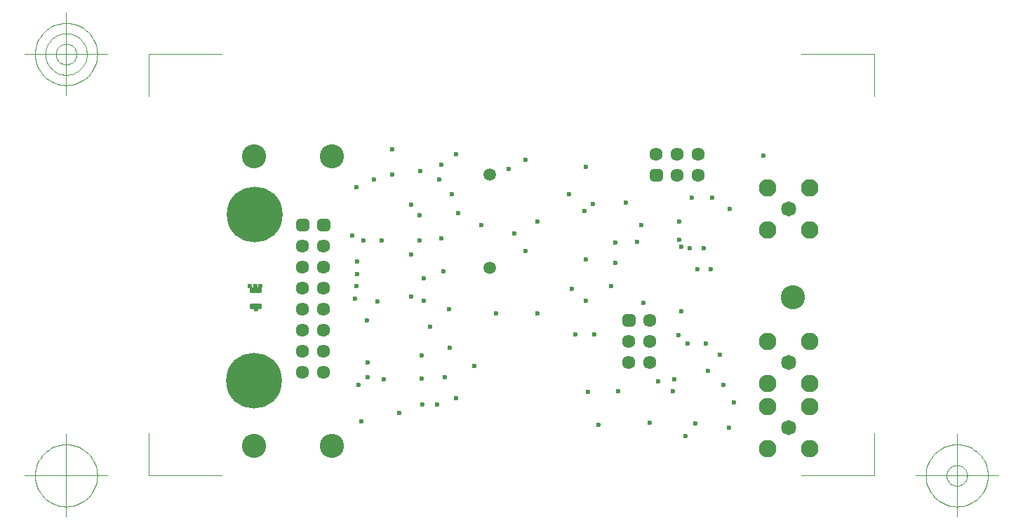
<source format=gbr>
G04 Generated by Ultiboard *
%FSLAX25Y25*%
%MOMM*%

%ADD10C,0.10000*%
%ADD11C,6.73100*%
%ADD12C,0.60000*%
%ADD13C,2.92100*%
%ADD14C,1.50000*%
%ADD15C,1.18516*%
%ADD16C,1.60884*%
%ADD17R,0.52908X0.52908*%
%ADD18C,0.99492*%
%ADD19R,1.05867X0.27534*%
%ADD20C,0.42316*%
%ADD21C,1.82016*%
%ADD22C,2.11684*%


%LNSolder Mask Bottom*%
%LPD*%
%FSLAX25Y25*%
%MOMM*%
G54D10*
X-787400Y-93958D02*
X-787400Y414929D01*
X-787400Y-93958D02*
X87376Y-93958D01*
X7960360Y-93958D02*
X7085584Y-93958D01*
X7960360Y-93958D02*
X7960360Y414929D01*
X7960360Y4994910D02*
X7960360Y4486023D01*
X7960360Y4994910D02*
X7085584Y4994910D01*
X-787400Y4994910D02*
X87376Y4994910D01*
X-787400Y4994910D02*
X-787400Y4486023D01*
X-1287400Y-93958D02*
X-2287400Y-93958D01*
X-1787400Y-593958D02*
X-1787400Y406042D01*
X-1412400Y-93958D02*
X-1414206Y-57201D01*
X-1414206Y-57201D02*
X-1419606Y-20799D01*
X-1419606Y-20799D02*
X-1428547Y14899D01*
X-1428547Y14899D02*
X-1440945Y49549D01*
X-1440945Y49549D02*
X-1456680Y82816D01*
X-1456680Y82816D02*
X-1475599Y114381D01*
X-1475599Y114381D02*
X-1497521Y143940D01*
X-1497521Y143940D02*
X-1522235Y171207D01*
X-1522235Y171207D02*
X-1549503Y195921D01*
X-1549503Y195921D02*
X-1579061Y217843D01*
X-1579061Y217843D02*
X-1610626Y236763D01*
X-1610626Y236763D02*
X-1643894Y252497D01*
X-1643894Y252497D02*
X-1678543Y264895D01*
X-1678543Y264895D02*
X-1714241Y273837D01*
X-1714241Y273837D02*
X-1750644Y279237D01*
X-1750644Y279237D02*
X-1787400Y281042D01*
X-1787400Y281042D02*
X-1824156Y279237D01*
X-1824156Y279237D02*
X-1860559Y273837D01*
X-1860559Y273837D02*
X-1896257Y264895D01*
X-1896257Y264895D02*
X-1930906Y252497D01*
X-1930906Y252497D02*
X-1964174Y236763D01*
X-1964174Y236763D02*
X-1995739Y217843D01*
X-1995739Y217843D02*
X-2025297Y195921D01*
X-2025297Y195921D02*
X-2052565Y171207D01*
X-2052565Y171207D02*
X-2077279Y143940D01*
X-2077279Y143940D02*
X-2099201Y114381D01*
X-2099201Y114381D02*
X-2118120Y82816D01*
X-2118120Y82816D02*
X-2133855Y49549D01*
X-2133855Y49549D02*
X-2146253Y14899D01*
X-2146253Y14899D02*
X-2155194Y-20799D01*
X-2155194Y-20799D02*
X-2160594Y-57201D01*
X-2160594Y-57201D02*
X-2162400Y-93958D01*
X-2162400Y-93958D02*
X-2160594Y-130714D01*
X-2160594Y-130714D02*
X-2155194Y-167116D01*
X-2155194Y-167116D02*
X-2146253Y-202814D01*
X-2146253Y-202814D02*
X-2133855Y-237464D01*
X-2133855Y-237464D02*
X-2118120Y-270731D01*
X-2118120Y-270731D02*
X-2099201Y-302296D01*
X-2099201Y-302296D02*
X-2077279Y-331855D01*
X-2077279Y-331855D02*
X-2052565Y-359123D01*
X-2052565Y-359123D02*
X-2025297Y-383837D01*
X-2025297Y-383837D02*
X-1995739Y-405759D01*
X-1995739Y-405759D02*
X-1964174Y-424678D01*
X-1964174Y-424678D02*
X-1930906Y-440412D01*
X-1930906Y-440412D02*
X-1896257Y-452810D01*
X-1896257Y-452810D02*
X-1860559Y-461752D01*
X-1860559Y-461752D02*
X-1824156Y-467152D01*
X-1824156Y-467152D02*
X-1787400Y-468958D01*
X-1787400Y-468958D02*
X-1750644Y-467152D01*
X-1750644Y-467152D02*
X-1714241Y-461752D01*
X-1714241Y-461752D02*
X-1678543Y-452810D01*
X-1678543Y-452810D02*
X-1643894Y-440412D01*
X-1643894Y-440412D02*
X-1610626Y-424678D01*
X-1610626Y-424678D02*
X-1579061Y-405759D01*
X-1579061Y-405759D02*
X-1549503Y-383837D01*
X-1549503Y-383837D02*
X-1522235Y-359123D01*
X-1522235Y-359123D02*
X-1497521Y-331855D01*
X-1497521Y-331855D02*
X-1475599Y-302296D01*
X-1475599Y-302296D02*
X-1456680Y-270731D01*
X-1456680Y-270731D02*
X-1440945Y-237464D01*
X-1440945Y-237464D02*
X-1428547Y-202814D01*
X-1428547Y-202814D02*
X-1419606Y-167116D01*
X-1419606Y-167116D02*
X-1414206Y-130714D01*
X-1414206Y-130714D02*
X-1412400Y-93958D01*
X8460360Y-93958D02*
X9460360Y-93958D01*
X8960360Y-593958D02*
X8960360Y406042D01*
X9335360Y-93958D02*
X9333554Y-57201D01*
X9333554Y-57201D02*
X9328154Y-20799D01*
X9328154Y-20799D02*
X9319213Y14899D01*
X9319213Y14899D02*
X9306815Y49549D01*
X9306815Y49549D02*
X9291080Y82816D01*
X9291080Y82816D02*
X9272161Y114381D01*
X9272161Y114381D02*
X9250239Y143940D01*
X9250239Y143940D02*
X9225525Y171207D01*
X9225525Y171207D02*
X9198257Y195921D01*
X9198257Y195921D02*
X9168699Y217843D01*
X9168699Y217843D02*
X9137134Y236763D01*
X9137134Y236763D02*
X9103866Y252497D01*
X9103866Y252497D02*
X9069217Y264895D01*
X9069217Y264895D02*
X9033519Y273837D01*
X9033519Y273837D02*
X8997116Y279237D01*
X8997116Y279237D02*
X8960360Y281042D01*
X8960360Y281042D02*
X8923604Y279237D01*
X8923604Y279237D02*
X8887201Y273837D01*
X8887201Y273837D02*
X8851503Y264895D01*
X8851503Y264895D02*
X8816854Y252497D01*
X8816854Y252497D02*
X8783586Y236763D01*
X8783586Y236763D02*
X8752021Y217843D01*
X8752021Y217843D02*
X8722463Y195921D01*
X8722463Y195921D02*
X8695195Y171207D01*
X8695195Y171207D02*
X8670481Y143940D01*
X8670481Y143940D02*
X8648559Y114381D01*
X8648559Y114381D02*
X8629640Y82816D01*
X8629640Y82816D02*
X8613905Y49549D01*
X8613905Y49549D02*
X8601507Y14899D01*
X8601507Y14899D02*
X8592566Y-20799D01*
X8592566Y-20799D02*
X8587166Y-57201D01*
X8587166Y-57201D02*
X8585360Y-93958D01*
X8585360Y-93958D02*
X8587166Y-130714D01*
X8587166Y-130714D02*
X8592566Y-167116D01*
X8592566Y-167116D02*
X8601507Y-202814D01*
X8601507Y-202814D02*
X8613905Y-237464D01*
X8613905Y-237464D02*
X8629640Y-270731D01*
X8629640Y-270731D02*
X8648559Y-302296D01*
X8648559Y-302296D02*
X8670481Y-331855D01*
X8670481Y-331855D02*
X8695195Y-359123D01*
X8695195Y-359123D02*
X8722463Y-383837D01*
X8722463Y-383837D02*
X8752021Y-405759D01*
X8752021Y-405759D02*
X8783586Y-424678D01*
X8783586Y-424678D02*
X8816854Y-440412D01*
X8816854Y-440412D02*
X8851503Y-452810D01*
X8851503Y-452810D02*
X8887201Y-461752D01*
X8887201Y-461752D02*
X8923604Y-467152D01*
X8923604Y-467152D02*
X8960360Y-468958D01*
X8960360Y-468958D02*
X8997116Y-467152D01*
X8997116Y-467152D02*
X9033519Y-461752D01*
X9033519Y-461752D02*
X9069217Y-452810D01*
X9069217Y-452810D02*
X9103866Y-440412D01*
X9103866Y-440412D02*
X9137134Y-424678D01*
X9137134Y-424678D02*
X9168699Y-405759D01*
X9168699Y-405759D02*
X9198257Y-383837D01*
X9198257Y-383837D02*
X9225525Y-359123D01*
X9225525Y-359123D02*
X9250239Y-331855D01*
X9250239Y-331855D02*
X9272161Y-302296D01*
X9272161Y-302296D02*
X9291080Y-270731D01*
X9291080Y-270731D02*
X9306815Y-237464D01*
X9306815Y-237464D02*
X9319213Y-202814D01*
X9319213Y-202814D02*
X9328154Y-167116D01*
X9328154Y-167116D02*
X9333554Y-130714D01*
X9333554Y-130714D02*
X9335360Y-93958D01*
X9085360Y-93958D02*
X9084758Y-81706D01*
X9084758Y-81706D02*
X9082958Y-69571D01*
X9082958Y-69571D02*
X9079978Y-57672D01*
X9079978Y-57672D02*
X9075845Y-46122D01*
X9075845Y-46122D02*
X9070600Y-35033D01*
X9070600Y-35033D02*
X9064294Y-24511D01*
X9064294Y-24511D02*
X9056986Y-14659D01*
X9056986Y-14659D02*
X9048748Y-5569D01*
X9048748Y-5569D02*
X9039659Y2669D01*
X9039659Y2669D02*
X9029806Y9976D01*
X9029806Y9976D02*
X9019285Y16282D01*
X9019285Y16282D02*
X9008195Y21527D01*
X9008195Y21527D02*
X8996646Y25660D01*
X8996646Y25660D02*
X8984746Y28640D01*
X8984746Y28640D02*
X8972612Y30440D01*
X8972612Y30440D02*
X8960360Y31042D01*
X8960360Y31042D02*
X8948108Y30440D01*
X8948108Y30440D02*
X8935974Y28640D01*
X8935974Y28640D02*
X8924075Y25660D01*
X8924075Y25660D02*
X8912525Y21527D01*
X8912525Y21527D02*
X8901436Y16282D01*
X8901436Y16282D02*
X8890914Y9976D01*
X8890914Y9976D02*
X8881061Y2669D01*
X8881061Y2669D02*
X8871972Y-5569D01*
X8871972Y-5569D02*
X8863734Y-14659D01*
X8863734Y-14659D02*
X8856426Y-24511D01*
X8856426Y-24511D02*
X8850120Y-35033D01*
X8850120Y-35033D02*
X8844875Y-46122D01*
X8844875Y-46122D02*
X8840743Y-57672D01*
X8840743Y-57672D02*
X8837762Y-69571D01*
X8837762Y-69571D02*
X8835962Y-81706D01*
X8835962Y-81706D02*
X8835360Y-93958D01*
X8835360Y-93958D02*
X8835962Y-106210D01*
X8835962Y-106210D02*
X8837762Y-118344D01*
X8837762Y-118344D02*
X8840743Y-130243D01*
X8840743Y-130243D02*
X8844875Y-141793D01*
X8844875Y-141793D02*
X8850120Y-152882D01*
X8850120Y-152882D02*
X8856426Y-163404D01*
X8856426Y-163404D02*
X8863734Y-173257D01*
X8863734Y-173257D02*
X8871972Y-182346D01*
X8871972Y-182346D02*
X8881061Y-190584D01*
X8881061Y-190584D02*
X8890914Y-197891D01*
X8890914Y-197891D02*
X8901436Y-204198D01*
X8901436Y-204198D02*
X8912525Y-209443D01*
X8912525Y-209443D02*
X8924075Y-213575D01*
X8924075Y-213575D02*
X8935974Y-216556D01*
X8935974Y-216556D02*
X8948108Y-218356D01*
X8948108Y-218356D02*
X8960360Y-218958D01*
X8960360Y-218958D02*
X8972612Y-218356D01*
X8972612Y-218356D02*
X8984746Y-216556D01*
X8984746Y-216556D02*
X8996646Y-213575D01*
X8996646Y-213575D02*
X9008195Y-209443D01*
X9008195Y-209443D02*
X9019285Y-204198D01*
X9019285Y-204198D02*
X9029806Y-197891D01*
X9029806Y-197891D02*
X9039659Y-190584D01*
X9039659Y-190584D02*
X9048748Y-182346D01*
X9048748Y-182346D02*
X9056986Y-173257D01*
X9056986Y-173257D02*
X9064294Y-163404D01*
X9064294Y-163404D02*
X9070600Y-152882D01*
X9070600Y-152882D02*
X9075845Y-141793D01*
X9075845Y-141793D02*
X9079978Y-130243D01*
X9079978Y-130243D02*
X9082958Y-118344D01*
X9082958Y-118344D02*
X9084758Y-106210D01*
X9084758Y-106210D02*
X9085360Y-93958D01*
X-1287400Y4994910D02*
X-2287400Y4994910D01*
X-1787400Y4494910D02*
X-1787400Y5494910D01*
X-1412400Y4994910D02*
X-1414206Y5031666D01*
X-1414206Y5031666D02*
X-1419606Y5068069D01*
X-1419606Y5068069D02*
X-1428547Y5103767D01*
X-1428547Y5103767D02*
X-1440945Y5138416D01*
X-1440945Y5138416D02*
X-1456680Y5171684D01*
X-1456680Y5171684D02*
X-1475599Y5203249D01*
X-1475599Y5203249D02*
X-1497521Y5232807D01*
X-1497521Y5232807D02*
X-1522235Y5260075D01*
X-1522235Y5260075D02*
X-1549503Y5284789D01*
X-1549503Y5284789D02*
X-1579061Y5306711D01*
X-1579061Y5306711D02*
X-1610626Y5325630D01*
X-1610626Y5325630D02*
X-1643894Y5341365D01*
X-1643894Y5341365D02*
X-1678543Y5353763D01*
X-1678543Y5353763D02*
X-1714241Y5362704D01*
X-1714241Y5362704D02*
X-1750644Y5368104D01*
X-1750644Y5368104D02*
X-1787400Y5369910D01*
X-1787400Y5369910D02*
X-1824156Y5368104D01*
X-1824156Y5368104D02*
X-1860559Y5362704D01*
X-1860559Y5362704D02*
X-1896257Y5353763D01*
X-1896257Y5353763D02*
X-1930906Y5341365D01*
X-1930906Y5341365D02*
X-1964174Y5325630D01*
X-1964174Y5325630D02*
X-1995739Y5306711D01*
X-1995739Y5306711D02*
X-2025297Y5284789D01*
X-2025297Y5284789D02*
X-2052565Y5260075D01*
X-2052565Y5260075D02*
X-2077279Y5232807D01*
X-2077279Y5232807D02*
X-2099201Y5203249D01*
X-2099201Y5203249D02*
X-2118120Y5171684D01*
X-2118120Y5171684D02*
X-2133855Y5138416D01*
X-2133855Y5138416D02*
X-2146253Y5103767D01*
X-2146253Y5103767D02*
X-2155194Y5068069D01*
X-2155194Y5068069D02*
X-2160594Y5031666D01*
X-2160594Y5031666D02*
X-2162400Y4994910D01*
X-2162400Y4994910D02*
X-2160594Y4958154D01*
X-2160594Y4958154D02*
X-2155194Y4921751D01*
X-2155194Y4921751D02*
X-2146253Y4886053D01*
X-2146253Y4886053D02*
X-2133855Y4851404D01*
X-2133855Y4851404D02*
X-2118120Y4818136D01*
X-2118120Y4818136D02*
X-2099201Y4786571D01*
X-2099201Y4786571D02*
X-2077279Y4757013D01*
X-2077279Y4757013D02*
X-2052565Y4729745D01*
X-2052565Y4729745D02*
X-2025297Y4705031D01*
X-2025297Y4705031D02*
X-1995739Y4683109D01*
X-1995739Y4683109D02*
X-1964174Y4664190D01*
X-1964174Y4664190D02*
X-1930906Y4648455D01*
X-1930906Y4648455D02*
X-1896257Y4636057D01*
X-1896257Y4636057D02*
X-1860559Y4627116D01*
X-1860559Y4627116D02*
X-1824156Y4621716D01*
X-1824156Y4621716D02*
X-1787400Y4619910D01*
X-1787400Y4619910D02*
X-1750644Y4621716D01*
X-1750644Y4621716D02*
X-1714241Y4627116D01*
X-1714241Y4627116D02*
X-1678543Y4636057D01*
X-1678543Y4636057D02*
X-1643894Y4648455D01*
X-1643894Y4648455D02*
X-1610626Y4664190D01*
X-1610626Y4664190D02*
X-1579061Y4683109D01*
X-1579061Y4683109D02*
X-1549503Y4705031D01*
X-1549503Y4705031D02*
X-1522235Y4729745D01*
X-1522235Y4729745D02*
X-1497521Y4757013D01*
X-1497521Y4757013D02*
X-1475599Y4786571D01*
X-1475599Y4786571D02*
X-1456680Y4818136D01*
X-1456680Y4818136D02*
X-1440945Y4851404D01*
X-1440945Y4851404D02*
X-1428547Y4886053D01*
X-1428547Y4886053D02*
X-1419606Y4921751D01*
X-1419606Y4921751D02*
X-1414206Y4958154D01*
X-1414206Y4958154D02*
X-1412400Y4994910D01*
X-1537400Y4994910D02*
X-1538604Y5019414D01*
X-1538604Y5019414D02*
X-1542204Y5043683D01*
X-1542204Y5043683D02*
X-1548165Y5067481D01*
X-1548165Y5067481D02*
X-1556430Y5090581D01*
X-1556430Y5090581D02*
X-1566920Y5112759D01*
X-1566920Y5112759D02*
X-1579533Y5133803D01*
X-1579533Y5133803D02*
X-1594147Y5153508D01*
X-1594147Y5153508D02*
X-1610623Y5171687D01*
X-1610623Y5171687D02*
X-1628802Y5188163D01*
X-1628802Y5188163D02*
X-1648508Y5202777D01*
X-1648508Y5202777D02*
X-1669551Y5215390D01*
X-1669551Y5215390D02*
X-1691729Y5225880D01*
X-1691729Y5225880D02*
X-1714829Y5234145D01*
X-1714829Y5234145D02*
X-1738628Y5240106D01*
X-1738628Y5240106D02*
X-1762896Y5243706D01*
X-1762896Y5243706D02*
X-1787400Y5244910D01*
X-1787400Y5244910D02*
X-1811904Y5243706D01*
X-1811904Y5243706D02*
X-1836173Y5240106D01*
X-1836173Y5240106D02*
X-1859971Y5234145D01*
X-1859971Y5234145D02*
X-1883071Y5225880D01*
X-1883071Y5225880D02*
X-1905249Y5215390D01*
X-1905249Y5215390D02*
X-1926293Y5202777D01*
X-1926293Y5202777D02*
X-1945998Y5188163D01*
X-1945998Y5188163D02*
X-1964177Y5171687D01*
X-1964177Y5171687D02*
X-1980653Y5153508D01*
X-1980653Y5153508D02*
X-1995267Y5133803D01*
X-1995267Y5133803D02*
X-2007880Y5112759D01*
X-2007880Y5112759D02*
X-2018370Y5090581D01*
X-2018370Y5090581D02*
X-2026635Y5067481D01*
X-2026635Y5067481D02*
X-2032596Y5043683D01*
X-2032596Y5043683D02*
X-2036196Y5019414D01*
X-2036196Y5019414D02*
X-2037400Y4994910D01*
X-2037400Y4994910D02*
X-2036196Y4970406D01*
X-2036196Y4970406D02*
X-2032596Y4946138D01*
X-2032596Y4946138D02*
X-2026635Y4922339D01*
X-2026635Y4922339D02*
X-2018370Y4899239D01*
X-2018370Y4899239D02*
X-2007880Y4877061D01*
X-2007880Y4877061D02*
X-1995267Y4856018D01*
X-1995267Y4856018D02*
X-1980653Y4836312D01*
X-1980653Y4836312D02*
X-1964177Y4818133D01*
X-1964177Y4818133D02*
X-1945998Y4801657D01*
X-1945998Y4801657D02*
X-1926293Y4787043D01*
X-1926293Y4787043D02*
X-1905249Y4774430D01*
X-1905249Y4774430D02*
X-1883071Y4763940D01*
X-1883071Y4763940D02*
X-1859971Y4755675D01*
X-1859971Y4755675D02*
X-1836173Y4749714D01*
X-1836173Y4749714D02*
X-1811904Y4746114D01*
X-1811904Y4746114D02*
X-1787400Y4744910D01*
X-1787400Y4744910D02*
X-1762896Y4746114D01*
X-1762896Y4746114D02*
X-1738628Y4749714D01*
X-1738628Y4749714D02*
X-1714829Y4755675D01*
X-1714829Y4755675D02*
X-1691729Y4763940D01*
X-1691729Y4763940D02*
X-1669551Y4774430D01*
X-1669551Y4774430D02*
X-1648508Y4787043D01*
X-1648508Y4787043D02*
X-1628802Y4801657D01*
X-1628802Y4801657D02*
X-1610623Y4818133D01*
X-1610623Y4818133D02*
X-1594147Y4836312D01*
X-1594147Y4836312D02*
X-1579533Y4856018D01*
X-1579533Y4856018D02*
X-1566920Y4877061D01*
X-1566920Y4877061D02*
X-1556430Y4899239D01*
X-1556430Y4899239D02*
X-1548165Y4922339D01*
X-1548165Y4922339D02*
X-1542204Y4946138D01*
X-1542204Y4946138D02*
X-1538604Y4970406D01*
X-1538604Y4970406D02*
X-1537400Y4994910D01*
X-1662400Y4994910D02*
X-1663002Y5007162D01*
X-1663002Y5007162D02*
X-1664802Y5019296D01*
X-1664802Y5019296D02*
X-1667783Y5031196D01*
X-1667783Y5031196D02*
X-1671915Y5042745D01*
X-1671915Y5042745D02*
X-1677160Y5053835D01*
X-1677160Y5053835D02*
X-1683466Y5064356D01*
X-1683466Y5064356D02*
X-1690774Y5074209D01*
X-1690774Y5074209D02*
X-1699012Y5083298D01*
X-1699012Y5083298D02*
X-1708101Y5091536D01*
X-1708101Y5091536D02*
X-1717954Y5098844D01*
X-1717954Y5098844D02*
X-1728476Y5105150D01*
X-1728476Y5105150D02*
X-1739565Y5110395D01*
X-1739565Y5110395D02*
X-1751115Y5114528D01*
X-1751115Y5114528D02*
X-1763014Y5117508D01*
X-1763014Y5117508D02*
X-1775148Y5119308D01*
X-1775148Y5119308D02*
X-1787400Y5119910D01*
X-1787400Y5119910D02*
X-1799652Y5119308D01*
X-1799652Y5119308D02*
X-1811786Y5117508D01*
X-1811786Y5117508D02*
X-1823686Y5114528D01*
X-1823686Y5114528D02*
X-1835235Y5110395D01*
X-1835235Y5110395D02*
X-1846325Y5105150D01*
X-1846325Y5105150D02*
X-1856846Y5098844D01*
X-1856846Y5098844D02*
X-1866699Y5091536D01*
X-1866699Y5091536D02*
X-1875788Y5083298D01*
X-1875788Y5083298D02*
X-1884026Y5074209D01*
X-1884026Y5074209D02*
X-1891334Y5064356D01*
X-1891334Y5064356D02*
X-1897640Y5053835D01*
X-1897640Y5053835D02*
X-1902885Y5042745D01*
X-1902885Y5042745D02*
X-1907018Y5031196D01*
X-1907018Y5031196D02*
X-1909998Y5019296D01*
X-1909998Y5019296D02*
X-1911798Y5007162D01*
X-1911798Y5007162D02*
X-1912400Y4994910D01*
X-1912400Y4994910D02*
X-1911798Y4982658D01*
X-1911798Y4982658D02*
X-1909998Y4970524D01*
X-1909998Y4970524D02*
X-1907018Y4958625D01*
X-1907018Y4958625D02*
X-1902885Y4947075D01*
X-1902885Y4947075D02*
X-1897640Y4935986D01*
X-1897640Y4935986D02*
X-1891334Y4925464D01*
X-1891334Y4925464D02*
X-1884026Y4915611D01*
X-1884026Y4915611D02*
X-1875788Y4906522D01*
X-1875788Y4906522D02*
X-1866699Y4898284D01*
X-1866699Y4898284D02*
X-1856846Y4890976D01*
X-1856846Y4890976D02*
X-1846325Y4884670D01*
X-1846325Y4884670D02*
X-1835235Y4879425D01*
X-1835235Y4879425D02*
X-1823686Y4875293D01*
X-1823686Y4875293D02*
X-1811786Y4872312D01*
X-1811786Y4872312D02*
X-1799652Y4870512D01*
X-1799652Y4870512D02*
X-1787400Y4869910D01*
X-1787400Y4869910D02*
X-1775148Y4870512D01*
X-1775148Y4870512D02*
X-1763014Y4872312D01*
X-1763014Y4872312D02*
X-1751115Y4875293D01*
X-1751115Y4875293D02*
X-1739565Y4879425D01*
X-1739565Y4879425D02*
X-1728476Y4884670D01*
X-1728476Y4884670D02*
X-1717954Y4890976D01*
X-1717954Y4890976D02*
X-1708101Y4898284D01*
X-1708101Y4898284D02*
X-1699012Y4906522D01*
X-1699012Y4906522D02*
X-1690774Y4915611D01*
X-1690774Y4915611D02*
X-1683466Y4925464D01*
X-1683466Y4925464D02*
X-1677160Y4935986D01*
X-1677160Y4935986D02*
X-1671915Y4947075D01*
X-1671915Y4947075D02*
X-1667783Y4958625D01*
X-1667783Y4958625D02*
X-1664802Y4970524D01*
X-1664802Y4970524D02*
X-1663002Y4982658D01*
X-1663002Y4982658D02*
X-1662400Y4994910D01*
G54D11*
X488950Y3060700D03*
X476250Y1054100D03*
G54D12*
X3225800Y2933700D03*
X2374900Y3175000D03*
X431800Y2197100D03*
X508000Y1917700D03*
X495300Y2197100D03*
X558800Y2197100D03*
X1778000Y558800D03*
X2235200Y660400D03*
X2044700Y1066800D03*
X1739900Y1003300D03*
X1854200Y1092200D03*
X1854200Y1270000D03*
X2514600Y762000D03*
X2692400Y762000D03*
X2921000Y838200D03*
X2781300Y1092200D03*
X2844800Y1447800D03*
X2501900Y1079500D03*
X2501900Y1358900D03*
X3136900Y1231900D03*
X2374900Y2070100D03*
X2374900Y2578100D03*
X1968500Y2006600D03*
X1701800Y2044700D03*
X1841500Y1778000D03*
X1714500Y2197100D03*
X1727200Y2336800D03*
X2019300Y2743200D03*
X1663700Y2806700D03*
X1803400Y2743200D03*
X1727200Y2489200D03*
X2768600Y2374900D03*
X2832100Y1917700D03*
X2527300Y2019300D03*
X2603500Y1701800D03*
X2527300Y2286000D03*
X2743200Y2768600D03*
X2476500Y2743200D03*
X2476500Y3048000D03*
X2946400Y3073400D03*
X1714500Y3390900D03*
X1930400Y3479800D03*
X2146300Y3543300D03*
X2146300Y3848100D03*
X2489200Y3581400D03*
X2717800Y3479800D03*
X2743200Y3657600D03*
X2870200Y3302000D03*
X2921000Y3784600D03*
X4965700Y3200400D03*
X4572000Y3187700D03*
X4838700Y2476500D03*
X4787900Y2197100D03*
X4838700Y2717800D03*
X4356100Y1612900D03*
X4584700Y1612900D03*
X4635500Y520700D03*
X4508500Y914400D03*
X3403600Y1866900D03*
X3898900Y1866900D03*
X3619500Y2832100D03*
X3759200Y2616200D03*
X3898900Y2971800D03*
X4318000Y2159000D03*
X4483100Y2019300D03*
X4483100Y2514600D03*
X4470400Y3098800D03*
X5600700Y1600200D03*
X5257800Y546100D03*
X4876800Y927100D03*
X5359400Y1041400D03*
X5549900Y1066800D03*
X5537200Y927100D03*
X6273800Y787400D03*
X5689600Y381000D03*
X5803900Y533400D03*
X6210300Y482600D03*
X5956300Y1168400D03*
X5930900Y1498600D03*
X5715000Y1498600D03*
X6146800Y1003300D03*
X6102350Y1365250D03*
X5638800Y1892300D03*
X5613400Y2755900D03*
X5613400Y2971800D03*
X5638800Y2667000D03*
X5181600Y1993900D03*
X5156200Y2933700D03*
X5105400Y2730500D03*
X5829300Y2400300D03*
X5994400Y2400300D03*
X5740400Y2654300D03*
X5905500Y2654300D03*
X6223000Y3124200D03*
X3556000Y3606800D03*
X3759200Y3721100D03*
X4279900Y3302000D03*
X4483100Y3632200D03*
X6007100Y3263900D03*
X5765800Y3263900D03*
X6629400Y3771900D03*
G54D13*
X482600Y266700D03*
X1422400Y266700D03*
X1422400Y3759200D03*
X482600Y3759200D03*
X6985000Y2057400D03*
G54D14*
X3327400Y3543300D03*
X3327400Y2413000D03*
G54D15*
X482600Y3187700D03*
X482600Y2933700D03*
X609600Y3060700D03*
X482600Y1181100D03*
X609600Y1054100D03*
X482600Y927100D03*
G54D16*
X1320800Y1663700D03*
X1320800Y1155700D03*
X1320800Y1409700D03*
X1320800Y2425700D03*
X1320800Y1917700D03*
X1320800Y2171700D03*
X1320800Y2679700D03*
X1066800Y1663700D03*
X1066800Y1155700D03*
X1066800Y1409700D03*
X1066800Y2425700D03*
X1066800Y1917700D03*
X1066800Y2171700D03*
X1066800Y2679700D03*
X5257800Y1524000D03*
X5003800Y1524000D03*
X5257800Y1270000D03*
X5003800Y1270000D03*
X5257800Y1778000D03*
X5588000Y3784600D03*
X5588000Y3530600D03*
X5334000Y3784600D03*
X5842000Y3530600D03*
X5842000Y3784600D03*
G54D17*
X1320800Y2933700D03*
X1066800Y2933700D03*
X5003800Y1778000D03*
X5334000Y3530600D03*
G54D18*
X1294346Y2907246D02*
X1347254Y2907246D01*
X1347254Y2960154D01*
X1294346Y2960154D01*
X1294346Y2907246D01*D02*
X1040346Y2907246D02*
X1093254Y2907246D01*
X1093254Y2960154D01*
X1040346Y2960154D01*
X1040346Y2907246D01*D02*
X4977346Y1751546D02*
X5030254Y1751546D01*
X5030254Y1804454D01*
X4977346Y1804454D01*
X4977346Y1751546D01*D02*
X5307546Y3504146D02*
X5360454Y3504146D01*
X5360454Y3557054D01*
X5307546Y3557054D01*
X5307546Y3504146D01*D02*
G54D19*
X495300Y1955800D03*
X495300Y2146300D03*
G54D20*
X442367Y1942033D02*
X548233Y1942033D01*
X548233Y1969567D01*
X442367Y1969567D01*
X442367Y1942033D01*D02*
X442367Y2132533D02*
X548233Y2132533D01*
X548233Y2160067D01*
X442367Y2160067D01*
X442367Y2132533D01*D02*
G54D21*
X6934200Y3124200D03*
X6934200Y1270000D03*
X6934200Y482600D03*
G54D22*
X7188200Y2870200D03*
X6680200Y2870200D03*
X7188200Y3378200D03*
X6680200Y3378200D03*
X6680200Y1524000D03*
X7188200Y1524000D03*
X7188200Y1016000D03*
X6680200Y1016000D03*
X7188200Y736600D03*
X7188200Y228600D03*
X6680200Y736600D03*
X6680200Y228600D03*

M00*

</source>
